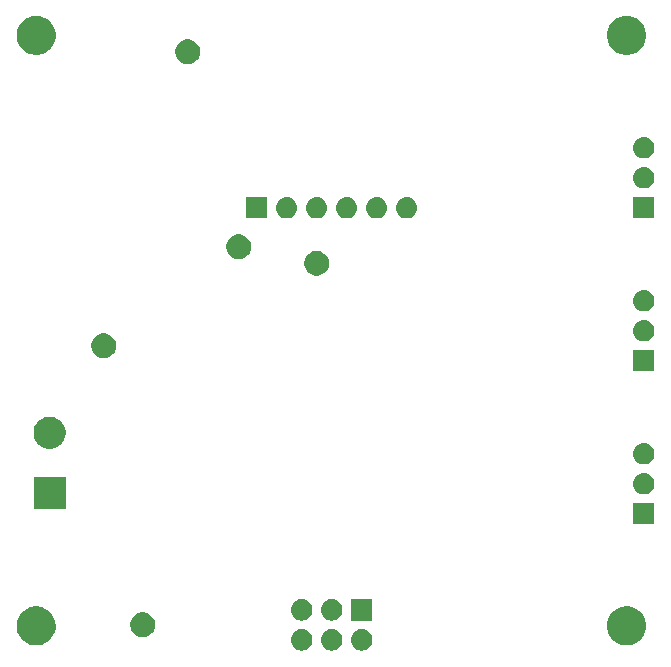
<source format=gbr>
G04 #@! TF.GenerationSoftware,KiCad,Pcbnew,5.1.4+dfsg1-1*
G04 #@! TF.CreationDate,2019-10-01T15:37:08+02:00*
G04 #@! TF.ProjectId,joystick-pcb,6a6f7973-7469-4636-9b2d-7063622e6b69,1*
G04 #@! TF.SameCoordinates,Original*
G04 #@! TF.FileFunction,Soldermask,Bot*
G04 #@! TF.FilePolarity,Negative*
%FSLAX46Y46*%
G04 Gerber Fmt 4.6, Leading zero omitted, Abs format (unit mm)*
G04 Created by KiCad (PCBNEW 5.1.4+dfsg1-1) date 2019-10-01 15:37:08*
%MOMM*%
%LPD*%
G04 APERTURE LIST*
%ADD10C,0.100000*%
G04 APERTURE END LIST*
D10*
G36*
X157659294Y-105270633D02*
G01*
X157831695Y-105322931D01*
X157990583Y-105407858D01*
X158129849Y-105522151D01*
X158244142Y-105661417D01*
X158329069Y-105820305D01*
X158381367Y-105992706D01*
X158399025Y-106172000D01*
X158381367Y-106351294D01*
X158329069Y-106523695D01*
X158244142Y-106682583D01*
X158129849Y-106821849D01*
X157990583Y-106936142D01*
X157831695Y-107021069D01*
X157659294Y-107073367D01*
X157524931Y-107086600D01*
X157435069Y-107086600D01*
X157300706Y-107073367D01*
X157128305Y-107021069D01*
X156969417Y-106936142D01*
X156830151Y-106821849D01*
X156715858Y-106682583D01*
X156630931Y-106523695D01*
X156578633Y-106351294D01*
X156560975Y-106172000D01*
X156578633Y-105992706D01*
X156630931Y-105820305D01*
X156715858Y-105661417D01*
X156830151Y-105522151D01*
X156969417Y-105407858D01*
X157128305Y-105322931D01*
X157300706Y-105270633D01*
X157435069Y-105257400D01*
X157524931Y-105257400D01*
X157659294Y-105270633D01*
X157659294Y-105270633D01*
G37*
G36*
X160199294Y-105270633D02*
G01*
X160371695Y-105322931D01*
X160530583Y-105407858D01*
X160669849Y-105522151D01*
X160784142Y-105661417D01*
X160869069Y-105820305D01*
X160921367Y-105992706D01*
X160939025Y-106172000D01*
X160921367Y-106351294D01*
X160869069Y-106523695D01*
X160784142Y-106682583D01*
X160669849Y-106821849D01*
X160530583Y-106936142D01*
X160371695Y-107021069D01*
X160199294Y-107073367D01*
X160064931Y-107086600D01*
X159975069Y-107086600D01*
X159840706Y-107073367D01*
X159668305Y-107021069D01*
X159509417Y-106936142D01*
X159370151Y-106821849D01*
X159255858Y-106682583D01*
X159170931Y-106523695D01*
X159118633Y-106351294D01*
X159100975Y-106172000D01*
X159118633Y-105992706D01*
X159170931Y-105820305D01*
X159255858Y-105661417D01*
X159370151Y-105522151D01*
X159509417Y-105407858D01*
X159668305Y-105322931D01*
X159840706Y-105270633D01*
X159975069Y-105257400D01*
X160064931Y-105257400D01*
X160199294Y-105270633D01*
X160199294Y-105270633D01*
G37*
G36*
X162739294Y-105270633D02*
G01*
X162911695Y-105322931D01*
X163070583Y-105407858D01*
X163209849Y-105522151D01*
X163324142Y-105661417D01*
X163409069Y-105820305D01*
X163461367Y-105992706D01*
X163479025Y-106172000D01*
X163461367Y-106351294D01*
X163409069Y-106523695D01*
X163324142Y-106682583D01*
X163209849Y-106821849D01*
X163070583Y-106936142D01*
X162911695Y-107021069D01*
X162739294Y-107073367D01*
X162604931Y-107086600D01*
X162515069Y-107086600D01*
X162380706Y-107073367D01*
X162208305Y-107021069D01*
X162049417Y-106936142D01*
X161910151Y-106821849D01*
X161795858Y-106682583D01*
X161710931Y-106523695D01*
X161658633Y-106351294D01*
X161640975Y-106172000D01*
X161658633Y-105992706D01*
X161710931Y-105820305D01*
X161795858Y-105661417D01*
X161910151Y-105522151D01*
X162049417Y-105407858D01*
X162208305Y-105322931D01*
X162380706Y-105270633D01*
X162515069Y-105257400D01*
X162604931Y-105257400D01*
X162739294Y-105270633D01*
X162739294Y-105270633D01*
G37*
G36*
X185375256Y-103391298D02*
G01*
X185481579Y-103412447D01*
X185782042Y-103536903D01*
X186052451Y-103717585D01*
X186282415Y-103947549D01*
X186463097Y-104217958D01*
X186540227Y-104404165D01*
X186587553Y-104518422D01*
X186643262Y-104798486D01*
X186651000Y-104837391D01*
X186651000Y-105162609D01*
X186587553Y-105481579D01*
X186463097Y-105782042D01*
X186282415Y-106052451D01*
X186052451Y-106282415D01*
X185782042Y-106463097D01*
X185481579Y-106587553D01*
X185375256Y-106608702D01*
X185162611Y-106651000D01*
X184837389Y-106651000D01*
X184624744Y-106608702D01*
X184518421Y-106587553D01*
X184217958Y-106463097D01*
X183947549Y-106282415D01*
X183717585Y-106052451D01*
X183536903Y-105782042D01*
X183412447Y-105481579D01*
X183349000Y-105162609D01*
X183349000Y-104837391D01*
X183356739Y-104798486D01*
X183412447Y-104518422D01*
X183459774Y-104404165D01*
X183536903Y-104217958D01*
X183717585Y-103947549D01*
X183947549Y-103717585D01*
X184217958Y-103536903D01*
X184518421Y-103412447D01*
X184624744Y-103391298D01*
X184837389Y-103349000D01*
X185162611Y-103349000D01*
X185375256Y-103391298D01*
X185375256Y-103391298D01*
G37*
G36*
X135375256Y-103391298D02*
G01*
X135481579Y-103412447D01*
X135782042Y-103536903D01*
X136052451Y-103717585D01*
X136282415Y-103947549D01*
X136463097Y-104217958D01*
X136540227Y-104404165D01*
X136587553Y-104518422D01*
X136643262Y-104798486D01*
X136651000Y-104837391D01*
X136651000Y-105162609D01*
X136587553Y-105481579D01*
X136463097Y-105782042D01*
X136282415Y-106052451D01*
X136052451Y-106282415D01*
X135782042Y-106463097D01*
X135481579Y-106587553D01*
X135375256Y-106608702D01*
X135162611Y-106651000D01*
X134837389Y-106651000D01*
X134624744Y-106608702D01*
X134518421Y-106587553D01*
X134217958Y-106463097D01*
X133947549Y-106282415D01*
X133717585Y-106052451D01*
X133536903Y-105782042D01*
X133412447Y-105481579D01*
X133349000Y-105162609D01*
X133349000Y-104837391D01*
X133356739Y-104798486D01*
X133412447Y-104518422D01*
X133459774Y-104404165D01*
X133536903Y-104217958D01*
X133717585Y-103947549D01*
X133947549Y-103717585D01*
X134217958Y-103536903D01*
X134518421Y-103412447D01*
X134624744Y-103391298D01*
X134837389Y-103349000D01*
X135162611Y-103349000D01*
X135375256Y-103391298D01*
X135375256Y-103391298D01*
G37*
G36*
X144324564Y-103891389D02*
G01*
X144460151Y-103947551D01*
X144515835Y-103970616D01*
X144687973Y-104085635D01*
X144834365Y-104232027D01*
X144944023Y-104396141D01*
X144949385Y-104404167D01*
X145028611Y-104595436D01*
X145069000Y-104798484D01*
X145069000Y-105005516D01*
X145028611Y-105208564D01*
X144981238Y-105322932D01*
X144949384Y-105399835D01*
X144834365Y-105571973D01*
X144687973Y-105718365D01*
X144515835Y-105833384D01*
X144515834Y-105833385D01*
X144515833Y-105833385D01*
X144324564Y-105912611D01*
X144121516Y-105953000D01*
X143914484Y-105953000D01*
X143711436Y-105912611D01*
X143520167Y-105833385D01*
X143520166Y-105833385D01*
X143520165Y-105833384D01*
X143348027Y-105718365D01*
X143201635Y-105571973D01*
X143086616Y-105399835D01*
X143054762Y-105322932D01*
X143007389Y-105208564D01*
X142967000Y-105005516D01*
X142967000Y-104798484D01*
X143007389Y-104595436D01*
X143086615Y-104404167D01*
X143091978Y-104396141D01*
X143201635Y-104232027D01*
X143348027Y-104085635D01*
X143520165Y-103970616D01*
X143575849Y-103947551D01*
X143711436Y-103891389D01*
X143914484Y-103851000D01*
X144121516Y-103851000D01*
X144324564Y-103891389D01*
X144324564Y-103891389D01*
G37*
G36*
X163474600Y-104546600D02*
G01*
X161645400Y-104546600D01*
X161645400Y-102717400D01*
X163474600Y-102717400D01*
X163474600Y-104546600D01*
X163474600Y-104546600D01*
G37*
G36*
X160199294Y-102730633D02*
G01*
X160371695Y-102782931D01*
X160530583Y-102867858D01*
X160669849Y-102982151D01*
X160784142Y-103121417D01*
X160869069Y-103280305D01*
X160921367Y-103452706D01*
X160939025Y-103632000D01*
X160921367Y-103811294D01*
X160869069Y-103983695D01*
X160784142Y-104142583D01*
X160669849Y-104281849D01*
X160530583Y-104396142D01*
X160371695Y-104481069D01*
X160199294Y-104533367D01*
X160064931Y-104546600D01*
X159975069Y-104546600D01*
X159840706Y-104533367D01*
X159668305Y-104481069D01*
X159509417Y-104396142D01*
X159370151Y-104281849D01*
X159255858Y-104142583D01*
X159170931Y-103983695D01*
X159118633Y-103811294D01*
X159100975Y-103632000D01*
X159118633Y-103452706D01*
X159170931Y-103280305D01*
X159255858Y-103121417D01*
X159370151Y-102982151D01*
X159509417Y-102867858D01*
X159668305Y-102782931D01*
X159840706Y-102730633D01*
X159975069Y-102717400D01*
X160064931Y-102717400D01*
X160199294Y-102730633D01*
X160199294Y-102730633D01*
G37*
G36*
X157659294Y-102730633D02*
G01*
X157831695Y-102782931D01*
X157990583Y-102867858D01*
X158129849Y-102982151D01*
X158244142Y-103121417D01*
X158329069Y-103280305D01*
X158381367Y-103452706D01*
X158399025Y-103632000D01*
X158381367Y-103811294D01*
X158329069Y-103983695D01*
X158244142Y-104142583D01*
X158129849Y-104281849D01*
X157990583Y-104396142D01*
X157831695Y-104481069D01*
X157659294Y-104533367D01*
X157524931Y-104546600D01*
X157435069Y-104546600D01*
X157300706Y-104533367D01*
X157128305Y-104481069D01*
X156969417Y-104396142D01*
X156830151Y-104281849D01*
X156715858Y-104142583D01*
X156630931Y-103983695D01*
X156578633Y-103811294D01*
X156560975Y-103632000D01*
X156578633Y-103452706D01*
X156630931Y-103280305D01*
X156715858Y-103121417D01*
X156830151Y-102982151D01*
X156969417Y-102867858D01*
X157128305Y-102782931D01*
X157300706Y-102730633D01*
X157435069Y-102717400D01*
X157524931Y-102717400D01*
X157659294Y-102730633D01*
X157659294Y-102730633D01*
G37*
G36*
X187353000Y-96405000D02*
G01*
X185551000Y-96405000D01*
X185551000Y-94603000D01*
X187353000Y-94603000D01*
X187353000Y-96405000D01*
X187353000Y-96405000D01*
G37*
G36*
X137495000Y-95077000D02*
G01*
X134793000Y-95077000D01*
X134793000Y-92375000D01*
X137495000Y-92375000D01*
X137495000Y-95077000D01*
X137495000Y-95077000D01*
G37*
G36*
X186562443Y-92069519D02*
G01*
X186628627Y-92076037D01*
X186798466Y-92127557D01*
X186954991Y-92211222D01*
X186990729Y-92240552D01*
X187092186Y-92323814D01*
X187175448Y-92425271D01*
X187204778Y-92461009D01*
X187288443Y-92617534D01*
X187339963Y-92787373D01*
X187357359Y-92964000D01*
X187339963Y-93140627D01*
X187288443Y-93310466D01*
X187204778Y-93466991D01*
X187175448Y-93502729D01*
X187092186Y-93604186D01*
X186990729Y-93687448D01*
X186954991Y-93716778D01*
X186798466Y-93800443D01*
X186628627Y-93851963D01*
X186562443Y-93858481D01*
X186496260Y-93865000D01*
X186407740Y-93865000D01*
X186341557Y-93858481D01*
X186275373Y-93851963D01*
X186105534Y-93800443D01*
X185949009Y-93716778D01*
X185913271Y-93687448D01*
X185811814Y-93604186D01*
X185728552Y-93502729D01*
X185699222Y-93466991D01*
X185615557Y-93310466D01*
X185564037Y-93140627D01*
X185546641Y-92964000D01*
X185564037Y-92787373D01*
X185615557Y-92617534D01*
X185699222Y-92461009D01*
X185728552Y-92425271D01*
X185811814Y-92323814D01*
X185913271Y-92240552D01*
X185949009Y-92211222D01*
X186105534Y-92127557D01*
X186275373Y-92076037D01*
X186341557Y-92069519D01*
X186407740Y-92063000D01*
X186496260Y-92063000D01*
X186562443Y-92069519D01*
X186562443Y-92069519D01*
G37*
G36*
X186562442Y-89529518D02*
G01*
X186628627Y-89536037D01*
X186798466Y-89587557D01*
X186954991Y-89671222D01*
X186984441Y-89695391D01*
X187092186Y-89783814D01*
X187175448Y-89885271D01*
X187204778Y-89921009D01*
X187288443Y-90077534D01*
X187339963Y-90247373D01*
X187357359Y-90424000D01*
X187339963Y-90600627D01*
X187288443Y-90770466D01*
X187204778Y-90926991D01*
X187175448Y-90962729D01*
X187092186Y-91064186D01*
X186990729Y-91147448D01*
X186954991Y-91176778D01*
X186798466Y-91260443D01*
X186628627Y-91311963D01*
X186562442Y-91318482D01*
X186496260Y-91325000D01*
X186407740Y-91325000D01*
X186341557Y-91318481D01*
X186275373Y-91311963D01*
X186105534Y-91260443D01*
X185949009Y-91176778D01*
X185913271Y-91147448D01*
X185811814Y-91064186D01*
X185728552Y-90962729D01*
X185699222Y-90926991D01*
X185615557Y-90770466D01*
X185564037Y-90600627D01*
X185546641Y-90424000D01*
X185564037Y-90247373D01*
X185615557Y-90077534D01*
X185699222Y-89921009D01*
X185728552Y-89885271D01*
X185811814Y-89783814D01*
X185919559Y-89695391D01*
X185949009Y-89671222D01*
X186105534Y-89587557D01*
X186275373Y-89536037D01*
X186341558Y-89529518D01*
X186407740Y-89523000D01*
X186496260Y-89523000D01*
X186562442Y-89529518D01*
X186562442Y-89529518D01*
G37*
G36*
X136538072Y-87346918D02*
G01*
X136783939Y-87448759D01*
X137005212Y-87596610D01*
X137193390Y-87784788D01*
X137341241Y-88006061D01*
X137443082Y-88251928D01*
X137495000Y-88512938D01*
X137495000Y-88779062D01*
X137443082Y-89040072D01*
X137341241Y-89285939D01*
X137193390Y-89507212D01*
X137005212Y-89695390D01*
X136783939Y-89843241D01*
X136783938Y-89843242D01*
X136783937Y-89843242D01*
X136538072Y-89945082D01*
X136277063Y-89997000D01*
X136010937Y-89997000D01*
X135749928Y-89945082D01*
X135504063Y-89843242D01*
X135504062Y-89843242D01*
X135504061Y-89843241D01*
X135282788Y-89695390D01*
X135094610Y-89507212D01*
X134946759Y-89285939D01*
X134844918Y-89040072D01*
X134793000Y-88779062D01*
X134793000Y-88512938D01*
X134844918Y-88251928D01*
X134946759Y-88006061D01*
X135094610Y-87784788D01*
X135282788Y-87596610D01*
X135504061Y-87448759D01*
X135749928Y-87346918D01*
X136010937Y-87295000D01*
X136277063Y-87295000D01*
X136538072Y-87346918D01*
X136538072Y-87346918D01*
G37*
G36*
X187353000Y-83451000D02*
G01*
X185551000Y-83451000D01*
X185551000Y-81649000D01*
X187353000Y-81649000D01*
X187353000Y-83451000D01*
X187353000Y-83451000D01*
G37*
G36*
X141022564Y-80269389D02*
G01*
X141213833Y-80348615D01*
X141213835Y-80348616D01*
X141385973Y-80463635D01*
X141532365Y-80610027D01*
X141634431Y-80762779D01*
X141647385Y-80782167D01*
X141726611Y-80973436D01*
X141767000Y-81176484D01*
X141767000Y-81383516D01*
X141726611Y-81586564D01*
X141700749Y-81649000D01*
X141647384Y-81777835D01*
X141532365Y-81949973D01*
X141385973Y-82096365D01*
X141213835Y-82211384D01*
X141213834Y-82211385D01*
X141213833Y-82211385D01*
X141022564Y-82290611D01*
X140819516Y-82331000D01*
X140612484Y-82331000D01*
X140409436Y-82290611D01*
X140218167Y-82211385D01*
X140218166Y-82211385D01*
X140218165Y-82211384D01*
X140046027Y-82096365D01*
X139899635Y-81949973D01*
X139784616Y-81777835D01*
X139731251Y-81649000D01*
X139705389Y-81586564D01*
X139665000Y-81383516D01*
X139665000Y-81176484D01*
X139705389Y-80973436D01*
X139784615Y-80782167D01*
X139797570Y-80762779D01*
X139899635Y-80610027D01*
X140046027Y-80463635D01*
X140218165Y-80348616D01*
X140218167Y-80348615D01*
X140409436Y-80269389D01*
X140612484Y-80229000D01*
X140819516Y-80229000D01*
X141022564Y-80269389D01*
X141022564Y-80269389D01*
G37*
G36*
X186562443Y-79115519D02*
G01*
X186628627Y-79122037D01*
X186798466Y-79173557D01*
X186954991Y-79257222D01*
X186990729Y-79286552D01*
X187092186Y-79369814D01*
X187175448Y-79471271D01*
X187204778Y-79507009D01*
X187288443Y-79663534D01*
X187339963Y-79833373D01*
X187357359Y-80010000D01*
X187339963Y-80186627D01*
X187288443Y-80356466D01*
X187204778Y-80512991D01*
X187175448Y-80548729D01*
X187092186Y-80650186D01*
X186990729Y-80733448D01*
X186954991Y-80762778D01*
X186798466Y-80846443D01*
X186628627Y-80897963D01*
X186562442Y-80904482D01*
X186496260Y-80911000D01*
X186407740Y-80911000D01*
X186341558Y-80904482D01*
X186275373Y-80897963D01*
X186105534Y-80846443D01*
X185949009Y-80762778D01*
X185913271Y-80733448D01*
X185811814Y-80650186D01*
X185728552Y-80548729D01*
X185699222Y-80512991D01*
X185615557Y-80356466D01*
X185564037Y-80186627D01*
X185546641Y-80010000D01*
X185564037Y-79833373D01*
X185615557Y-79663534D01*
X185699222Y-79507009D01*
X185728552Y-79471271D01*
X185811814Y-79369814D01*
X185913271Y-79286552D01*
X185949009Y-79257222D01*
X186105534Y-79173557D01*
X186275373Y-79122037D01*
X186341557Y-79115519D01*
X186407740Y-79109000D01*
X186496260Y-79109000D01*
X186562443Y-79115519D01*
X186562443Y-79115519D01*
G37*
G36*
X186562443Y-76575519D02*
G01*
X186628627Y-76582037D01*
X186798466Y-76633557D01*
X186954991Y-76717222D01*
X186990729Y-76746552D01*
X187092186Y-76829814D01*
X187175448Y-76931271D01*
X187204778Y-76967009D01*
X187288443Y-77123534D01*
X187339963Y-77293373D01*
X187357359Y-77470000D01*
X187339963Y-77646627D01*
X187288443Y-77816466D01*
X187204778Y-77972991D01*
X187175448Y-78008729D01*
X187092186Y-78110186D01*
X186990729Y-78193448D01*
X186954991Y-78222778D01*
X186798466Y-78306443D01*
X186628627Y-78357963D01*
X186562443Y-78364481D01*
X186496260Y-78371000D01*
X186407740Y-78371000D01*
X186341557Y-78364481D01*
X186275373Y-78357963D01*
X186105534Y-78306443D01*
X185949009Y-78222778D01*
X185913271Y-78193448D01*
X185811814Y-78110186D01*
X185728552Y-78008729D01*
X185699222Y-77972991D01*
X185615557Y-77816466D01*
X185564037Y-77646627D01*
X185546641Y-77470000D01*
X185564037Y-77293373D01*
X185615557Y-77123534D01*
X185699222Y-76967009D01*
X185728552Y-76931271D01*
X185811814Y-76829814D01*
X185913271Y-76746552D01*
X185949009Y-76717222D01*
X186105534Y-76633557D01*
X186275373Y-76582037D01*
X186341557Y-76575519D01*
X186407740Y-76569000D01*
X186496260Y-76569000D01*
X186562443Y-76575519D01*
X186562443Y-76575519D01*
G37*
G36*
X159056564Y-73284389D02*
G01*
X159247833Y-73363615D01*
X159247835Y-73363616D01*
X159296051Y-73395833D01*
X159419973Y-73478635D01*
X159566365Y-73625027D01*
X159681385Y-73797167D01*
X159760611Y-73988436D01*
X159801000Y-74191484D01*
X159801000Y-74398516D01*
X159760611Y-74601564D01*
X159681385Y-74792833D01*
X159681384Y-74792835D01*
X159566365Y-74964973D01*
X159419973Y-75111365D01*
X159247835Y-75226384D01*
X159247834Y-75226385D01*
X159247833Y-75226385D01*
X159056564Y-75305611D01*
X158853516Y-75346000D01*
X158646484Y-75346000D01*
X158443436Y-75305611D01*
X158252167Y-75226385D01*
X158252166Y-75226385D01*
X158252165Y-75226384D01*
X158080027Y-75111365D01*
X157933635Y-74964973D01*
X157818616Y-74792835D01*
X157818615Y-74792833D01*
X157739389Y-74601564D01*
X157699000Y-74398516D01*
X157699000Y-74191484D01*
X157739389Y-73988436D01*
X157818615Y-73797167D01*
X157933635Y-73625027D01*
X158080027Y-73478635D01*
X158203949Y-73395833D01*
X158252165Y-73363616D01*
X158252167Y-73363615D01*
X158443436Y-73284389D01*
X158646484Y-73244000D01*
X158853516Y-73244000D01*
X159056564Y-73284389D01*
X159056564Y-73284389D01*
G37*
G36*
X152452564Y-71887389D02*
G01*
X152643833Y-71966615D01*
X152643835Y-71966616D01*
X152815973Y-72081635D01*
X152962365Y-72228027D01*
X153077385Y-72400167D01*
X153156611Y-72591436D01*
X153197000Y-72794484D01*
X153197000Y-73001516D01*
X153156611Y-73204564D01*
X153077385Y-73395833D01*
X153077384Y-73395835D01*
X152962365Y-73567973D01*
X152815973Y-73714365D01*
X152643835Y-73829384D01*
X152643834Y-73829385D01*
X152643833Y-73829385D01*
X152452564Y-73908611D01*
X152249516Y-73949000D01*
X152042484Y-73949000D01*
X151839436Y-73908611D01*
X151648167Y-73829385D01*
X151648166Y-73829385D01*
X151648165Y-73829384D01*
X151476027Y-73714365D01*
X151329635Y-73567973D01*
X151214616Y-73395835D01*
X151214615Y-73395833D01*
X151135389Y-73204564D01*
X151095000Y-73001516D01*
X151095000Y-72794484D01*
X151135389Y-72591436D01*
X151214615Y-72400167D01*
X151329635Y-72228027D01*
X151476027Y-72081635D01*
X151648165Y-71966616D01*
X151648167Y-71966615D01*
X151839436Y-71887389D01*
X152042484Y-71847000D01*
X152249516Y-71847000D01*
X152452564Y-71887389D01*
X152452564Y-71887389D01*
G37*
G36*
X158860443Y-68701519D02*
G01*
X158926627Y-68708037D01*
X159096466Y-68759557D01*
X159252991Y-68843222D01*
X159288729Y-68872552D01*
X159390186Y-68955814D01*
X159473448Y-69057271D01*
X159502778Y-69093009D01*
X159586443Y-69249534D01*
X159637963Y-69419373D01*
X159655359Y-69596000D01*
X159637963Y-69772627D01*
X159586443Y-69942466D01*
X159502778Y-70098991D01*
X159473448Y-70134729D01*
X159390186Y-70236186D01*
X159288729Y-70319448D01*
X159252991Y-70348778D01*
X159096466Y-70432443D01*
X158926627Y-70483963D01*
X158860443Y-70490481D01*
X158794260Y-70497000D01*
X158705740Y-70497000D01*
X158639557Y-70490481D01*
X158573373Y-70483963D01*
X158403534Y-70432443D01*
X158247009Y-70348778D01*
X158211271Y-70319448D01*
X158109814Y-70236186D01*
X158026552Y-70134729D01*
X157997222Y-70098991D01*
X157913557Y-69942466D01*
X157862037Y-69772627D01*
X157844641Y-69596000D01*
X157862037Y-69419373D01*
X157913557Y-69249534D01*
X157997222Y-69093009D01*
X158026552Y-69057271D01*
X158109814Y-68955814D01*
X158211271Y-68872552D01*
X158247009Y-68843222D01*
X158403534Y-68759557D01*
X158573373Y-68708037D01*
X158639557Y-68701519D01*
X158705740Y-68695000D01*
X158794260Y-68695000D01*
X158860443Y-68701519D01*
X158860443Y-68701519D01*
G37*
G36*
X156320443Y-68701519D02*
G01*
X156386627Y-68708037D01*
X156556466Y-68759557D01*
X156712991Y-68843222D01*
X156748729Y-68872552D01*
X156850186Y-68955814D01*
X156933448Y-69057271D01*
X156962778Y-69093009D01*
X157046443Y-69249534D01*
X157097963Y-69419373D01*
X157115359Y-69596000D01*
X157097963Y-69772627D01*
X157046443Y-69942466D01*
X156962778Y-70098991D01*
X156933448Y-70134729D01*
X156850186Y-70236186D01*
X156748729Y-70319448D01*
X156712991Y-70348778D01*
X156556466Y-70432443D01*
X156386627Y-70483963D01*
X156320443Y-70490481D01*
X156254260Y-70497000D01*
X156165740Y-70497000D01*
X156099557Y-70490481D01*
X156033373Y-70483963D01*
X155863534Y-70432443D01*
X155707009Y-70348778D01*
X155671271Y-70319448D01*
X155569814Y-70236186D01*
X155486552Y-70134729D01*
X155457222Y-70098991D01*
X155373557Y-69942466D01*
X155322037Y-69772627D01*
X155304641Y-69596000D01*
X155322037Y-69419373D01*
X155373557Y-69249534D01*
X155457222Y-69093009D01*
X155486552Y-69057271D01*
X155569814Y-68955814D01*
X155671271Y-68872552D01*
X155707009Y-68843222D01*
X155863534Y-68759557D01*
X156033373Y-68708037D01*
X156099557Y-68701519D01*
X156165740Y-68695000D01*
X156254260Y-68695000D01*
X156320443Y-68701519D01*
X156320443Y-68701519D01*
G37*
G36*
X154571000Y-70497000D02*
G01*
X152769000Y-70497000D01*
X152769000Y-68695000D01*
X154571000Y-68695000D01*
X154571000Y-70497000D01*
X154571000Y-70497000D01*
G37*
G36*
X187353000Y-70497000D02*
G01*
X185551000Y-70497000D01*
X185551000Y-68695000D01*
X187353000Y-68695000D01*
X187353000Y-70497000D01*
X187353000Y-70497000D01*
G37*
G36*
X161400443Y-68701519D02*
G01*
X161466627Y-68708037D01*
X161636466Y-68759557D01*
X161792991Y-68843222D01*
X161828729Y-68872552D01*
X161930186Y-68955814D01*
X162013448Y-69057271D01*
X162042778Y-69093009D01*
X162126443Y-69249534D01*
X162177963Y-69419373D01*
X162195359Y-69596000D01*
X162177963Y-69772627D01*
X162126443Y-69942466D01*
X162042778Y-70098991D01*
X162013448Y-70134729D01*
X161930186Y-70236186D01*
X161828729Y-70319448D01*
X161792991Y-70348778D01*
X161636466Y-70432443D01*
X161466627Y-70483963D01*
X161400443Y-70490481D01*
X161334260Y-70497000D01*
X161245740Y-70497000D01*
X161179557Y-70490481D01*
X161113373Y-70483963D01*
X160943534Y-70432443D01*
X160787009Y-70348778D01*
X160751271Y-70319448D01*
X160649814Y-70236186D01*
X160566552Y-70134729D01*
X160537222Y-70098991D01*
X160453557Y-69942466D01*
X160402037Y-69772627D01*
X160384641Y-69596000D01*
X160402037Y-69419373D01*
X160453557Y-69249534D01*
X160537222Y-69093009D01*
X160566552Y-69057271D01*
X160649814Y-68955814D01*
X160751271Y-68872552D01*
X160787009Y-68843222D01*
X160943534Y-68759557D01*
X161113373Y-68708037D01*
X161179557Y-68701519D01*
X161245740Y-68695000D01*
X161334260Y-68695000D01*
X161400443Y-68701519D01*
X161400443Y-68701519D01*
G37*
G36*
X163940443Y-68701519D02*
G01*
X164006627Y-68708037D01*
X164176466Y-68759557D01*
X164332991Y-68843222D01*
X164368729Y-68872552D01*
X164470186Y-68955814D01*
X164553448Y-69057271D01*
X164582778Y-69093009D01*
X164666443Y-69249534D01*
X164717963Y-69419373D01*
X164735359Y-69596000D01*
X164717963Y-69772627D01*
X164666443Y-69942466D01*
X164582778Y-70098991D01*
X164553448Y-70134729D01*
X164470186Y-70236186D01*
X164368729Y-70319448D01*
X164332991Y-70348778D01*
X164176466Y-70432443D01*
X164006627Y-70483963D01*
X163940443Y-70490481D01*
X163874260Y-70497000D01*
X163785740Y-70497000D01*
X163719557Y-70490481D01*
X163653373Y-70483963D01*
X163483534Y-70432443D01*
X163327009Y-70348778D01*
X163291271Y-70319448D01*
X163189814Y-70236186D01*
X163106552Y-70134729D01*
X163077222Y-70098991D01*
X162993557Y-69942466D01*
X162942037Y-69772627D01*
X162924641Y-69596000D01*
X162942037Y-69419373D01*
X162993557Y-69249534D01*
X163077222Y-69093009D01*
X163106552Y-69057271D01*
X163189814Y-68955814D01*
X163291271Y-68872552D01*
X163327009Y-68843222D01*
X163483534Y-68759557D01*
X163653373Y-68708037D01*
X163719557Y-68701519D01*
X163785740Y-68695000D01*
X163874260Y-68695000D01*
X163940443Y-68701519D01*
X163940443Y-68701519D01*
G37*
G36*
X166480443Y-68701519D02*
G01*
X166546627Y-68708037D01*
X166716466Y-68759557D01*
X166872991Y-68843222D01*
X166908729Y-68872552D01*
X167010186Y-68955814D01*
X167093448Y-69057271D01*
X167122778Y-69093009D01*
X167206443Y-69249534D01*
X167257963Y-69419373D01*
X167275359Y-69596000D01*
X167257963Y-69772627D01*
X167206443Y-69942466D01*
X167122778Y-70098991D01*
X167093448Y-70134729D01*
X167010186Y-70236186D01*
X166908729Y-70319448D01*
X166872991Y-70348778D01*
X166716466Y-70432443D01*
X166546627Y-70483963D01*
X166480443Y-70490481D01*
X166414260Y-70497000D01*
X166325740Y-70497000D01*
X166259557Y-70490481D01*
X166193373Y-70483963D01*
X166023534Y-70432443D01*
X165867009Y-70348778D01*
X165831271Y-70319448D01*
X165729814Y-70236186D01*
X165646552Y-70134729D01*
X165617222Y-70098991D01*
X165533557Y-69942466D01*
X165482037Y-69772627D01*
X165464641Y-69596000D01*
X165482037Y-69419373D01*
X165533557Y-69249534D01*
X165617222Y-69093009D01*
X165646552Y-69057271D01*
X165729814Y-68955814D01*
X165831271Y-68872552D01*
X165867009Y-68843222D01*
X166023534Y-68759557D01*
X166193373Y-68708037D01*
X166259557Y-68701519D01*
X166325740Y-68695000D01*
X166414260Y-68695000D01*
X166480443Y-68701519D01*
X166480443Y-68701519D01*
G37*
G36*
X186562442Y-66161518D02*
G01*
X186628627Y-66168037D01*
X186798466Y-66219557D01*
X186954991Y-66303222D01*
X186990729Y-66332552D01*
X187092186Y-66415814D01*
X187175448Y-66517271D01*
X187204778Y-66553009D01*
X187288443Y-66709534D01*
X187339963Y-66879373D01*
X187357359Y-67056000D01*
X187339963Y-67232627D01*
X187288443Y-67402466D01*
X187204778Y-67558991D01*
X187175448Y-67594729D01*
X187092186Y-67696186D01*
X186990729Y-67779448D01*
X186954991Y-67808778D01*
X186798466Y-67892443D01*
X186628627Y-67943963D01*
X186562442Y-67950482D01*
X186496260Y-67957000D01*
X186407740Y-67957000D01*
X186341558Y-67950482D01*
X186275373Y-67943963D01*
X186105534Y-67892443D01*
X185949009Y-67808778D01*
X185913271Y-67779448D01*
X185811814Y-67696186D01*
X185728552Y-67594729D01*
X185699222Y-67558991D01*
X185615557Y-67402466D01*
X185564037Y-67232627D01*
X185546641Y-67056000D01*
X185564037Y-66879373D01*
X185615557Y-66709534D01*
X185699222Y-66553009D01*
X185728552Y-66517271D01*
X185811814Y-66415814D01*
X185913271Y-66332552D01*
X185949009Y-66303222D01*
X186105534Y-66219557D01*
X186275373Y-66168037D01*
X186341558Y-66161518D01*
X186407740Y-66155000D01*
X186496260Y-66155000D01*
X186562442Y-66161518D01*
X186562442Y-66161518D01*
G37*
G36*
X186562443Y-63621519D02*
G01*
X186628627Y-63628037D01*
X186798466Y-63679557D01*
X186954991Y-63763222D01*
X186990729Y-63792552D01*
X187092186Y-63875814D01*
X187175448Y-63977271D01*
X187204778Y-64013009D01*
X187288443Y-64169534D01*
X187339963Y-64339373D01*
X187357359Y-64516000D01*
X187339963Y-64692627D01*
X187288443Y-64862466D01*
X187204778Y-65018991D01*
X187175448Y-65054729D01*
X187092186Y-65156186D01*
X186990729Y-65239448D01*
X186954991Y-65268778D01*
X186798466Y-65352443D01*
X186628627Y-65403963D01*
X186562443Y-65410481D01*
X186496260Y-65417000D01*
X186407740Y-65417000D01*
X186341557Y-65410481D01*
X186275373Y-65403963D01*
X186105534Y-65352443D01*
X185949009Y-65268778D01*
X185913271Y-65239448D01*
X185811814Y-65156186D01*
X185728552Y-65054729D01*
X185699222Y-65018991D01*
X185615557Y-64862466D01*
X185564037Y-64692627D01*
X185546641Y-64516000D01*
X185564037Y-64339373D01*
X185615557Y-64169534D01*
X185699222Y-64013009D01*
X185728552Y-63977271D01*
X185811814Y-63875814D01*
X185913271Y-63792552D01*
X185949009Y-63763222D01*
X186105534Y-63679557D01*
X186275373Y-63628037D01*
X186341557Y-63621519D01*
X186407740Y-63615000D01*
X186496260Y-63615000D01*
X186562443Y-63621519D01*
X186562443Y-63621519D01*
G37*
G36*
X148134564Y-55377389D02*
G01*
X148325833Y-55456615D01*
X148325835Y-55456616D01*
X148497973Y-55571635D01*
X148644365Y-55718027D01*
X148759385Y-55890167D01*
X148838611Y-56081436D01*
X148879000Y-56284484D01*
X148879000Y-56491516D01*
X148838611Y-56694564D01*
X148759385Y-56885833D01*
X148759384Y-56885835D01*
X148644365Y-57057973D01*
X148497973Y-57204365D01*
X148325835Y-57319384D01*
X148325834Y-57319385D01*
X148325833Y-57319385D01*
X148134564Y-57398611D01*
X147931516Y-57439000D01*
X147724484Y-57439000D01*
X147521436Y-57398611D01*
X147330167Y-57319385D01*
X147330166Y-57319385D01*
X147330165Y-57319384D01*
X147158027Y-57204365D01*
X147011635Y-57057973D01*
X146896616Y-56885835D01*
X146896615Y-56885833D01*
X146817389Y-56694564D01*
X146777000Y-56491516D01*
X146777000Y-56284484D01*
X146817389Y-56081436D01*
X146896615Y-55890167D01*
X147011635Y-55718027D01*
X147158027Y-55571635D01*
X147330165Y-55456616D01*
X147330167Y-55456615D01*
X147521436Y-55377389D01*
X147724484Y-55337000D01*
X147931516Y-55337000D01*
X148134564Y-55377389D01*
X148134564Y-55377389D01*
G37*
G36*
X135375256Y-53391298D02*
G01*
X135481579Y-53412447D01*
X135782042Y-53536903D01*
X136052451Y-53717585D01*
X136282415Y-53947549D01*
X136463097Y-54217958D01*
X136587553Y-54518421D01*
X136651000Y-54837391D01*
X136651000Y-55162609D01*
X136587553Y-55481579D01*
X136463097Y-55782042D01*
X136282415Y-56052451D01*
X136052451Y-56282415D01*
X135782042Y-56463097D01*
X135481579Y-56587553D01*
X135375256Y-56608702D01*
X135162611Y-56651000D01*
X134837389Y-56651000D01*
X134624744Y-56608702D01*
X134518421Y-56587553D01*
X134217958Y-56463097D01*
X133947549Y-56282415D01*
X133717585Y-56052451D01*
X133536903Y-55782042D01*
X133412447Y-55481579D01*
X133349000Y-55162609D01*
X133349000Y-54837391D01*
X133412447Y-54518421D01*
X133536903Y-54217958D01*
X133717585Y-53947549D01*
X133947549Y-53717585D01*
X134217958Y-53536903D01*
X134518421Y-53412447D01*
X134624744Y-53391298D01*
X134837389Y-53349000D01*
X135162611Y-53349000D01*
X135375256Y-53391298D01*
X135375256Y-53391298D01*
G37*
G36*
X185375256Y-53391298D02*
G01*
X185481579Y-53412447D01*
X185782042Y-53536903D01*
X186052451Y-53717585D01*
X186282415Y-53947549D01*
X186463097Y-54217958D01*
X186587553Y-54518421D01*
X186651000Y-54837391D01*
X186651000Y-55162609D01*
X186587553Y-55481579D01*
X186463097Y-55782042D01*
X186282415Y-56052451D01*
X186052451Y-56282415D01*
X185782042Y-56463097D01*
X185481579Y-56587553D01*
X185375256Y-56608702D01*
X185162611Y-56651000D01*
X184837389Y-56651000D01*
X184624744Y-56608702D01*
X184518421Y-56587553D01*
X184217958Y-56463097D01*
X183947549Y-56282415D01*
X183717585Y-56052451D01*
X183536903Y-55782042D01*
X183412447Y-55481579D01*
X183349000Y-55162609D01*
X183349000Y-54837391D01*
X183412447Y-54518421D01*
X183536903Y-54217958D01*
X183717585Y-53947549D01*
X183947549Y-53717585D01*
X184217958Y-53536903D01*
X184518421Y-53412447D01*
X184624744Y-53391298D01*
X184837389Y-53349000D01*
X185162611Y-53349000D01*
X185375256Y-53391298D01*
X185375256Y-53391298D01*
G37*
M02*

</source>
